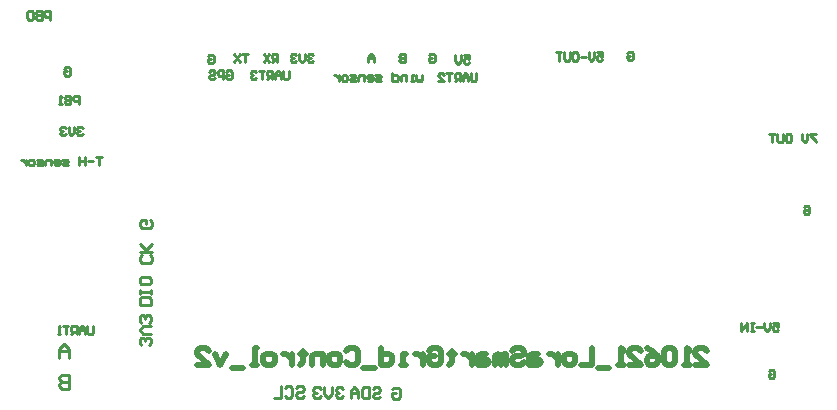
<source format=gbo>
G04*
G04 #@! TF.GenerationSoftware,Altium Limited,Altium Designer,21.6.4 (81)*
G04*
G04 Layer_Color=32896*
%FSLAX44Y44*%
%MOMM*%
G71*
G04*
G04 #@! TF.SameCoordinates,0F59C336-1F8A-43A6-AFB2-A1A9F9B71EC4*
G04*
G04*
G04 #@! TF.FilePolarity,Positive*
G04*
G01*
G75*
%ADD15C,0.2540*%
%ADD68C,0.5080*%
D15*
X676616Y196011D02*
X677769Y197164D01*
X680075D01*
X681228Y196011D01*
Y191399D01*
X680075Y190246D01*
X677769D01*
X676616Y191399D01*
Y193705D01*
X678922D01*
X686562Y257870D02*
X681950D01*
Y256717D01*
X686562Y252105D01*
Y250952D01*
X679644Y257870D02*
Y253258D01*
X677338Y250952D01*
X675032Y253258D01*
Y257870D01*
X662350D02*
X664656D01*
X665809Y256717D01*
Y252105D01*
X664656Y250952D01*
X662350D01*
X661197Y252105D01*
Y256717D01*
X662350Y257870D01*
X658891D02*
Y252105D01*
X657738Y250952D01*
X655432D01*
X654279Y252105D01*
Y257870D01*
X651973D02*
X647362D01*
X649667D01*
Y250952D01*
X172003Y323984D02*
X173198Y325180D01*
X175589D01*
X176784Y323984D01*
Y319203D01*
X175589Y318008D01*
X173198D01*
X172003Y319203D01*
Y321594D01*
X174394D01*
X261366Y324492D02*
X260171Y325688D01*
X257780D01*
X256585Y324492D01*
Y323297D01*
X257780Y322102D01*
X258976D01*
X257780D01*
X256585Y320906D01*
Y319711D01*
X257780Y318516D01*
X260171D01*
X261366Y319711D01*
X254194Y325688D02*
Y320906D01*
X251804Y318516D01*
X249413Y320906D01*
Y325688D01*
X247023Y324492D02*
X245827Y325688D01*
X243437D01*
X242242Y324492D01*
Y323297D01*
X243437Y322102D01*
X244632D01*
X243437D01*
X242242Y320906D01*
Y319711D01*
X243437Y318516D01*
X245827D01*
X247023Y319711D01*
X388665Y324672D02*
X393446D01*
Y321086D01*
X391055Y322281D01*
X389860D01*
X388665Y321086D01*
Y318695D01*
X389860Y317500D01*
X392251D01*
X393446Y318695D01*
X386274Y324672D02*
Y319890D01*
X383884Y317500D01*
X381493Y319890D01*
Y324672D01*
X359201Y324492D02*
X360396Y325688D01*
X362787D01*
X363982Y324492D01*
Y319711D01*
X362787Y318516D01*
X360396D01*
X359201Y319711D01*
Y322102D01*
X361591D01*
X205740Y325688D02*
X201128D01*
X203434D01*
Y318770D01*
X198822Y325688D02*
X194210Y318770D01*
Y325688D02*
X198822Y318770D01*
X187497Y310522D02*
X188692Y311718D01*
X191083D01*
X192278Y310522D01*
Y305741D01*
X191083Y304546D01*
X188692D01*
X187497Y305741D01*
Y308132D01*
X189888D01*
X185106Y304546D02*
Y311718D01*
X181521D01*
X180325Y310522D01*
Y308132D01*
X181521Y306936D01*
X185106D01*
X173154Y310522D02*
X174349Y311718D01*
X176739D01*
X177935Y310522D01*
Y309327D01*
X176739Y308132D01*
X174349D01*
X173154Y306936D01*
Y305741D01*
X174349Y304546D01*
X176739D01*
X177935Y305741D01*
X353314Y307549D02*
Y303963D01*
X352119Y302768D01*
X350924Y303963D01*
X349728Y302768D01*
X348533Y303963D01*
Y307549D01*
X346142Y302768D02*
X343752D01*
X344947D01*
Y307549D01*
X346142D01*
X340166Y302768D02*
Y307549D01*
X336580D01*
X335385Y306354D01*
Y302768D01*
X328213Y309940D02*
Y302768D01*
X331799D01*
X332994Y303963D01*
Y306354D01*
X331799Y307549D01*
X328213D01*
X318651Y302768D02*
X315065D01*
X313870Y303963D01*
X315065Y305159D01*
X317456D01*
X318651Y306354D01*
X317456Y307549D01*
X313870D01*
X307894Y302768D02*
X310284D01*
X311479Y303963D01*
Y306354D01*
X310284Y307549D01*
X307894D01*
X306698Y306354D01*
Y305159D01*
X311479D01*
X304308Y302768D02*
Y307549D01*
X300722D01*
X299527Y306354D01*
Y302768D01*
X297136D02*
X293550D01*
X292355Y303963D01*
X293550Y305159D01*
X295941D01*
X297136Y306354D01*
X295941Y307549D01*
X292355D01*
X288769Y302768D02*
X286378D01*
X285183Y303963D01*
Y306354D01*
X286378Y307549D01*
X288769D01*
X289964Y306354D01*
Y303963D01*
X288769Y302768D01*
X282793Y307549D02*
Y302768D01*
Y305159D01*
X281597Y306354D01*
X280402Y307549D01*
X279207D01*
X82296Y238566D02*
X77515D01*
X79906D01*
Y231394D01*
X75124Y234980D02*
X70343D01*
X67953Y238566D02*
Y231394D01*
Y234980D01*
X63172D01*
Y238566D01*
Y231394D01*
X53609D02*
X50023D01*
X48828Y232589D01*
X50023Y233785D01*
X52414D01*
X53609Y234980D01*
X52414Y236175D01*
X48828D01*
X42852Y231394D02*
X45242D01*
X46438Y232589D01*
Y234980D01*
X45242Y236175D01*
X42852D01*
X41657Y234980D01*
Y233785D01*
X46438D01*
X39266Y231394D02*
Y236175D01*
X35680D01*
X34485Y234980D01*
Y231394D01*
X32094D02*
X28509D01*
X27313Y232589D01*
X28509Y233785D01*
X30899D01*
X32094Y234980D01*
X30899Y236175D01*
X27313D01*
X23727Y231394D02*
X21337D01*
X20142Y232589D01*
Y234980D01*
X21337Y236175D01*
X23727D01*
X24923Y234980D01*
Y232589D01*
X23727Y231394D01*
X17751Y236175D02*
Y231394D01*
Y233785D01*
X16556Y234980D01*
X15360Y236175D01*
X14165D01*
X74676Y95310D02*
Y89545D01*
X73523Y88392D01*
X71217D01*
X70064Y89545D01*
Y95310D01*
X67758Y88392D02*
Y93004D01*
X65452Y95310D01*
X63146Y93004D01*
Y88392D01*
Y91851D01*
X67758D01*
X60841Y88392D02*
Y95310D01*
X57382D01*
X56229Y94157D01*
Y91851D01*
X57382Y90698D01*
X60841D01*
X58535D02*
X56229Y88392D01*
X53923Y95310D02*
X49311D01*
X51617D01*
Y88392D01*
X47005D02*
X44699D01*
X45852D01*
Y95310D01*
X47005Y94157D01*
X230886Y319024D02*
Y325942D01*
X227427D01*
X226274Y324789D01*
Y322483D01*
X227427Y321330D01*
X230886D01*
X228580D02*
X226274Y319024D01*
X223968Y325942D02*
X219356Y319024D01*
Y325942D02*
X223968Y319024D01*
X240538Y311464D02*
Y305699D01*
X239385Y304546D01*
X237079D01*
X235926Y305699D01*
Y311464D01*
X233620Y304546D02*
Y309158D01*
X231314Y311464D01*
X229008Y309158D01*
Y304546D01*
Y308005D01*
X233620D01*
X226702Y304546D02*
Y311464D01*
X223244D01*
X222091Y310311D01*
Y308005D01*
X223244Y306852D01*
X226702D01*
X224397D02*
X222091Y304546D01*
X219785Y311464D02*
X215173D01*
X217479D01*
Y304546D01*
X212867Y310311D02*
X211714Y311464D01*
X209408D01*
X208255Y310311D01*
Y309158D01*
X209408Y308005D01*
X210561D01*
X209408D01*
X208255Y306852D01*
Y305699D01*
X209408Y304546D01*
X211714D01*
X212867Y305699D01*
X399288Y309432D02*
Y303667D01*
X398135Y302514D01*
X395829D01*
X394676Y303667D01*
Y309432D01*
X392370Y302514D02*
Y307126D01*
X390064Y309432D01*
X387758Y307126D01*
Y302514D01*
Y305973D01*
X392370D01*
X385452Y302514D02*
Y309432D01*
X381994D01*
X380841Y308279D01*
Y305973D01*
X381994Y304820D01*
X385452D01*
X383147D02*
X380841Y302514D01*
X378535Y309432D02*
X373923D01*
X376229D01*
Y302514D01*
X367005D02*
X371617D01*
X367005Y307126D01*
Y308279D01*
X368158Y309432D01*
X370464D01*
X371617Y308279D01*
X54356Y54160D02*
Y42164D01*
X48358D01*
X46359Y44163D01*
Y46163D01*
X48358Y48162D01*
X54356D01*
X48358D01*
X46359Y50161D01*
Y52161D01*
X48358Y54160D01*
X54356D01*
X54102Y68072D02*
Y76069D01*
X50103Y80068D01*
X46105Y76069D01*
Y68072D01*
Y74070D01*
X54102D01*
X66040Y262770D02*
X64845Y263966D01*
X62454D01*
X61259Y262770D01*
Y261575D01*
X62454Y260380D01*
X63650D01*
X62454D01*
X61259Y259184D01*
Y257989D01*
X62454Y256794D01*
X64845D01*
X66040Y257989D01*
X58868Y263966D02*
Y259184D01*
X56478Y256794D01*
X54087Y259184D01*
Y263966D01*
X51697Y262770D02*
X50501Y263966D01*
X48111D01*
X46916Y262770D01*
Y261575D01*
X48111Y260380D01*
X49306D01*
X48111D01*
X46916Y259184D01*
Y257989D01*
X48111Y256794D01*
X50501D01*
X51697Y257989D01*
X50591Y313316D02*
X51786Y314512D01*
X54177D01*
X55372Y313316D01*
Y308535D01*
X54177Y307340D01*
X51786D01*
X50591Y308535D01*
Y310926D01*
X52982D01*
X38354Y354838D02*
Y362010D01*
X34768D01*
X33573Y360814D01*
Y358424D01*
X34768Y357229D01*
X38354D01*
X31182Y362010D02*
Y354838D01*
X27596D01*
X26401Y356033D01*
Y357229D01*
X27596Y358424D01*
X31182D01*
X27596D01*
X26401Y359619D01*
Y360814D01*
X27596Y362010D01*
X31182D01*
X24011Y360814D02*
X22815Y362010D01*
X20425D01*
X19230Y360814D01*
Y356033D01*
X20425Y354838D01*
X22815D01*
X24011Y356033D01*
Y360814D01*
X62738Y283210D02*
Y290382D01*
X59152D01*
X57957Y289186D01*
Y286796D01*
X59152Y285600D01*
X62738D01*
X55566Y290382D02*
Y283210D01*
X51981D01*
X50785Y284405D01*
Y285600D01*
X51981Y286796D01*
X55566D01*
X51981D01*
X50785Y287991D01*
Y289186D01*
X51981Y290382D01*
X55566D01*
X48395Y283210D02*
X46004D01*
X47199D01*
Y290382D01*
X48395Y289186D01*
X646898Y57073D02*
X648051Y58226D01*
X650357D01*
X651510Y57073D01*
Y52461D01*
X650357Y51308D01*
X648051D01*
X646898Y52461D01*
Y54767D01*
X649204D01*
X650200Y98104D02*
X654812D01*
Y94645D01*
X652506Y95798D01*
X651353D01*
X650200Y94645D01*
Y92339D01*
X651353Y91186D01*
X653659D01*
X654812Y92339D01*
X647894Y98104D02*
Y93492D01*
X645588Y91186D01*
X643282Y93492D01*
Y98104D01*
X640976Y94645D02*
X636365D01*
X634059Y98104D02*
X631753D01*
X632906D01*
Y91186D01*
X634059D01*
X631753D01*
X628294D02*
Y98104D01*
X623682Y91186D01*
Y98104D01*
X527264Y326567D02*
X528417Y327720D01*
X530723D01*
X531876Y326567D01*
Y321955D01*
X530723Y320802D01*
X528417D01*
X527264Y321955D01*
Y324261D01*
X529570D01*
X501356Y326958D02*
X505968D01*
Y323499D01*
X503662Y324652D01*
X502509D01*
X501356Y323499D01*
Y321193D01*
X502509Y320040D01*
X504815D01*
X505968Y321193D01*
X499050Y326958D02*
Y322346D01*
X496744Y320040D01*
X494438Y322346D01*
Y326958D01*
X492132Y323499D02*
X487521D01*
X481756Y326958D02*
X484062D01*
X485215Y325805D01*
Y321193D01*
X484062Y320040D01*
X481756D01*
X480603Y321193D01*
Y325805D01*
X481756Y326958D01*
X478297D02*
Y321193D01*
X477144Y320040D01*
X474838D01*
X473685Y321193D01*
Y326958D01*
X471379D02*
X466768D01*
X469073D01*
Y320040D01*
X328213Y41663D02*
X329790Y43239D01*
X332942D01*
X334518Y41663D01*
Y35358D01*
X332942Y33782D01*
X329790D01*
X328213Y35358D01*
Y38510D01*
X331366D01*
X311703Y41917D02*
X313279Y43493D01*
X316432D01*
X318008Y41917D01*
Y40341D01*
X316432Y38765D01*
X313279D01*
X311703Y37188D01*
Y35612D01*
X313279Y34036D01*
X316432D01*
X318008Y35612D01*
X308551Y43493D02*
Y34036D01*
X303823D01*
X302246Y35612D01*
Y41917D01*
X303823Y43493D01*
X308551D01*
X299094Y34036D02*
Y40341D01*
X295942Y43493D01*
X292789Y40341D01*
Y34036D01*
Y38765D01*
X299094D01*
X246679Y42679D02*
X248256Y44255D01*
X251408D01*
X252984Y42679D01*
Y41103D01*
X251408Y39527D01*
X248256D01*
X246679Y37950D01*
Y36374D01*
X248256Y34798D01*
X251408D01*
X252984Y36374D01*
X237222Y42679D02*
X238799Y44255D01*
X241951D01*
X243527Y42679D01*
Y36374D01*
X241951Y34798D01*
X238799D01*
X237222Y36374D01*
X234070Y44255D02*
Y34798D01*
X227766D01*
X286512Y42171D02*
X284936Y43747D01*
X281784D01*
X280207Y42171D01*
Y40595D01*
X281784Y39018D01*
X283360D01*
X281784D01*
X280207Y37442D01*
Y35866D01*
X281784Y34290D01*
X284936D01*
X286512Y35866D01*
X277055Y43747D02*
Y37442D01*
X273903Y34290D01*
X270751Y37442D01*
Y43747D01*
X267598Y42171D02*
X266022Y43747D01*
X262870D01*
X261294Y42171D01*
Y40595D01*
X262870Y39018D01*
X264446D01*
X262870D01*
X261294Y37442D01*
Y35866D01*
X262870Y34290D01*
X266022D01*
X267598Y35866D01*
X312420Y318770D02*
Y323382D01*
X310114Y325688D01*
X307808Y323382D01*
Y318770D01*
Y322229D01*
X312420D01*
X338582Y325434D02*
Y318516D01*
X335123D01*
X333970Y319669D01*
Y320822D01*
X335123Y321975D01*
X338582D01*
X335123D01*
X333970Y323128D01*
Y324281D01*
X335123Y325434D01*
X338582D01*
X122795Y185047D02*
X124371Y183470D01*
Y180318D01*
X122795Y178742D01*
X116490D01*
X114914Y180318D01*
Y183470D01*
X116490Y185047D01*
X119642D01*
Y181894D01*
X122795Y155047D02*
X124371Y153470D01*
Y150318D01*
X122795Y148742D01*
X116490D01*
X114914Y150318D01*
Y153470D01*
X116490Y155047D01*
X124371Y158199D02*
X114914D01*
X118066D01*
X124371Y164503D01*
X119642Y159775D01*
X114914Y164503D01*
X123621Y113242D02*
X114164D01*
Y117971D01*
X115740Y119547D01*
X122045D01*
X123621Y117971D01*
Y113242D01*
Y122699D02*
Y125851D01*
Y124275D01*
X114164D01*
Y122699D01*
Y125851D01*
X123621Y135308D02*
Y132156D01*
X122045Y130580D01*
X115740D01*
X114164Y132156D01*
Y135308D01*
X115740Y136884D01*
X122045D01*
X123621Y135308D01*
X122045Y79242D02*
X123621Y80818D01*
Y83970D01*
X122045Y85547D01*
X120469D01*
X118892Y83970D01*
Y82394D01*
Y83970D01*
X117316Y85547D01*
X115740D01*
X114164Y83970D01*
Y80818D01*
X115740Y79242D01*
X123621Y88699D02*
X117316D01*
X114164Y91851D01*
X117316Y95003D01*
X123621D01*
X122045Y98156D02*
X123621Y99732D01*
Y102884D01*
X122045Y104460D01*
X120469D01*
X118892Y102884D01*
Y101308D01*
Y102884D01*
X117316Y104460D01*
X115740D01*
X114164Y102884D01*
Y99732D01*
X115740Y98156D01*
D68*
X584670Y62367D02*
X594360D01*
X584670Y72057D01*
Y74479D01*
X587092Y76902D01*
X591937D01*
X594360Y74479D01*
X579825Y62367D02*
X574980D01*
X577402D01*
Y76902D01*
X579825Y74479D01*
X567712D02*
X565289Y76902D01*
X560444D01*
X558022Y74479D01*
Y64789D01*
X560444Y62367D01*
X565289D01*
X567712Y64789D01*
Y74479D01*
X543487Y76902D02*
X548332Y74479D01*
X553177Y69634D01*
Y64789D01*
X550754Y62367D01*
X545909D01*
X543487Y64789D01*
Y67212D01*
X545909Y69634D01*
X553177D01*
X528951Y62367D02*
X538641D01*
X528951Y72057D01*
Y74479D01*
X531374Y76902D01*
X536219D01*
X538641Y74479D01*
X524106Y62367D02*
X519261D01*
X521684D01*
Y76902D01*
X524106Y74479D01*
X511993Y59944D02*
X502303D01*
X497458Y76902D02*
Y62367D01*
X487768D01*
X480500D02*
X475655D01*
X473233Y64789D01*
Y69634D01*
X475655Y72057D01*
X480500D01*
X482923Y69634D01*
Y64789D01*
X480500Y62367D01*
X468388Y72057D02*
Y62367D01*
Y67212D01*
X465965Y69634D01*
X463543Y72057D01*
X461120D01*
X451430D02*
X446585D01*
X444162Y69634D01*
Y62367D01*
X451430D01*
X453852Y64789D01*
X451430Y67212D01*
X444162D01*
X429627Y74479D02*
X432049Y76902D01*
X436894D01*
X439317Y74479D01*
Y72057D01*
X436894Y69634D01*
X432049D01*
X429627Y67212D01*
Y64789D01*
X432049Y62367D01*
X436894D01*
X439317Y64789D01*
X424782Y62367D02*
Y72057D01*
X422359D01*
X419937Y69634D01*
Y62367D01*
Y69634D01*
X417514Y72057D01*
X415092Y69634D01*
Y62367D01*
X407824Y72057D02*
X402979D01*
X400556Y69634D01*
Y62367D01*
X407824D01*
X410247Y64789D01*
X407824Y67212D01*
X400556D01*
X395711Y72057D02*
Y62367D01*
Y67212D01*
X393289Y69634D01*
X390866Y72057D01*
X388444D01*
X378753Y74479D02*
Y72057D01*
X381176D01*
X376331D01*
X378753D01*
Y64789D01*
X376331Y62367D01*
X359373Y74479D02*
X361796Y76902D01*
X366641D01*
X369063Y74479D01*
Y64789D01*
X366641Y62367D01*
X361796D01*
X359373Y64789D01*
Y69634D01*
X364218D01*
X354528Y72057D02*
Y62367D01*
Y67212D01*
X352105Y69634D01*
X349683Y72057D01*
X347260D01*
X339993Y62367D02*
X335148D01*
X337570D01*
Y72057D01*
X339993D01*
X318190Y76902D02*
Y62367D01*
X325457D01*
X327880Y64789D01*
Y69634D01*
X325457Y72057D01*
X318190D01*
X313345Y59944D02*
X303654D01*
X289119Y74479D02*
X291542Y76902D01*
X296387D01*
X298809Y74479D01*
Y64789D01*
X296387Y62367D01*
X291542D01*
X289119Y64789D01*
X281852Y62367D02*
X277006D01*
X274584Y64789D01*
Y69634D01*
X277006Y72057D01*
X281852D01*
X284274Y69634D01*
Y64789D01*
X281852Y62367D01*
X269739D02*
Y72057D01*
X262471D01*
X260049Y69634D01*
Y62367D01*
X252781Y74479D02*
Y72057D01*
X255204D01*
X250359D01*
X252781D01*
Y64789D01*
X250359Y62367D01*
X243091Y72057D02*
Y62367D01*
Y67212D01*
X240668Y69634D01*
X238246Y72057D01*
X235823D01*
X226133Y62367D02*
X221288D01*
X218865Y64789D01*
Y69634D01*
X221288Y72057D01*
X226133D01*
X228556Y69634D01*
Y64789D01*
X226133Y62367D01*
X214020D02*
X209175D01*
X211598D01*
Y76902D01*
X214020D01*
X201908Y59944D02*
X192217D01*
X187372Y72057D02*
X182527Y62367D01*
X177682Y72057D01*
X163147Y62367D02*
X172837D01*
X163147Y72057D01*
Y74479D01*
X165569Y76902D01*
X170414D01*
X172837Y74479D01*
M02*

</source>
